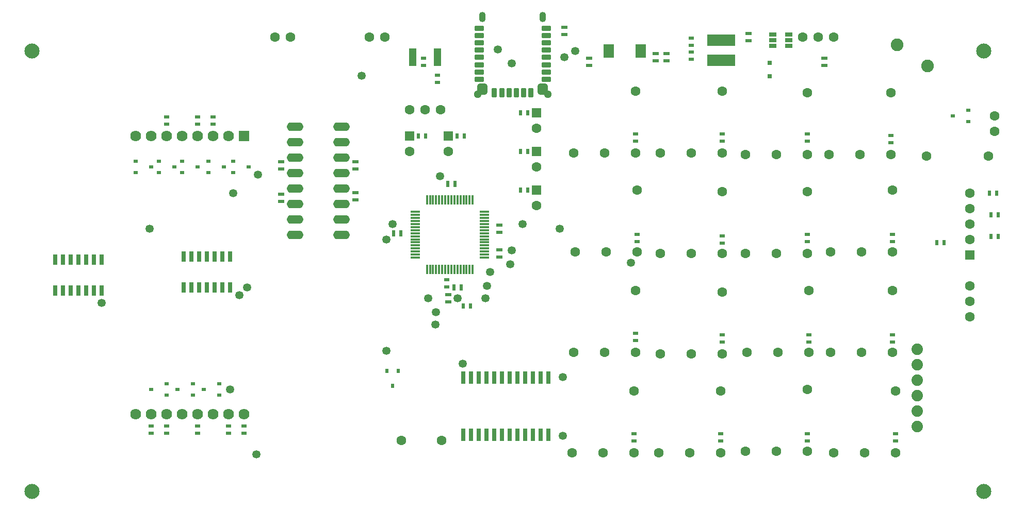
<source format=gts>
%FSLAX44Y44*%
%MOMM*%
G71*
G01*
G75*
G04 Layer_Color=8388736*
%ADD10R,1.1000X0.6000*%
%ADD11R,1.5000X0.2500*%
%ADD12R,0.2500X1.5000*%
%ADD13R,0.6000X2.0000*%
%ADD14R,0.5588X1.6002*%
%ADD15R,0.8000X0.4000*%
%ADD16R,0.9000X0.5000*%
%ADD17C,1.2000*%
G04:AMPARAMS|DCode=18|XSize=1.5mm|YSize=0.8mm|CornerRadius=0.2mm|HoleSize=0mm|Usage=FLASHONLY|Rotation=0.000|XOffset=0mm|YOffset=0mm|HoleType=Round|Shape=RoundedRectangle|*
%AMROUNDEDRECTD18*
21,1,1.5000,0.4000,0,0,0.0*
21,1,1.1000,0.8000,0,0,0.0*
1,1,0.4000,0.5500,-0.2000*
1,1,0.4000,-0.5500,-0.2000*
1,1,0.4000,-0.5500,0.2000*
1,1,0.4000,0.5500,0.2000*
%
%ADD18ROUNDEDRECTD18*%
G04:AMPARAMS|DCode=19|XSize=1.5mm|YSize=0.8mm|CornerRadius=0.2mm|HoleSize=0mm|Usage=FLASHONLY|Rotation=90.000|XOffset=0mm|YOffset=0mm|HoleType=Round|Shape=RoundedRectangle|*
%AMROUNDEDRECTD19*
21,1,1.5000,0.4000,0,0,90.0*
21,1,1.1000,0.8000,0,0,90.0*
1,1,0.4000,0.2000,0.5500*
1,1,0.4000,0.2000,-0.5500*
1,1,0.4000,-0.2000,-0.5500*
1,1,0.4000,-0.2000,0.5500*
%
%ADD19ROUNDEDRECTD19*%
%ADD20O,1.0000X1.6000*%
G04:AMPARAMS|DCode=21|XSize=1.6mm|YSize=1.8mm|CornerRadius=0.4mm|HoleSize=0mm|Usage=FLASHONLY|Rotation=0.000|XOffset=0mm|YOffset=0mm|HoleType=Round|Shape=RoundedRectangle|*
%AMROUNDEDRECTD21*
21,1,1.6000,1.0000,0,0,0.0*
21,1,0.8000,1.8000,0,0,0.0*
1,1,0.8000,0.4000,-0.5000*
1,1,0.8000,-0.4000,-0.5000*
1,1,0.8000,-0.4000,0.5000*
1,1,0.8000,0.4000,0.5000*
%
%ADD21ROUNDEDRECTD21*%
%ADD22R,0.5000X0.9000*%
%ADD23R,1.7000X2.2000*%
%ADD24R,0.5000X0.6000*%
%ADD25R,0.4000X0.8000*%
%ADD26R,0.6000X0.5000*%
%ADD27R,0.6000X0.6000*%
%ADD28R,4.5000X1.7500*%
%ADD29C,0.2000*%
%ADD30C,1.0000*%
%ADD31C,0.4000*%
%ADD32C,1.5240*%
%ADD33O,2.6416X1.3208*%
%ADD34R,1.5240X1.5240*%
%ADD35C,2.4000*%
%ADD36R,1.2000X2.8000*%
%ADD37C,1.8000*%
%ADD38C,2.0000*%
%ADD39C,1.7000*%
%ADD40R,1.7000X1.7000*%
%ADD41C,1.2700*%
%ADD42C,0.1000*%
%ADD43C,0.1524*%
%ADD44C,0.1500*%
%ADD45C,0.0500*%
%ADD46C,0.1270*%
%ADD47C,0.2540*%
%ADD48R,1.1800X0.6800*%
%ADD49R,1.5800X0.3300*%
%ADD50R,0.3300X1.5800*%
%ADD51R,0.6800X2.0800*%
%ADD52R,0.6388X1.6802*%
%ADD53R,0.8800X0.4800*%
%ADD54R,0.9800X0.5800*%
%ADD55C,1.2800*%
G04:AMPARAMS|DCode=56|XSize=1.58mm|YSize=0.88mm|CornerRadius=0.24mm|HoleSize=0mm|Usage=FLASHONLY|Rotation=0.000|XOffset=0mm|YOffset=0mm|HoleType=Round|Shape=RoundedRectangle|*
%AMROUNDEDRECTD56*
21,1,1.5800,0.4000,0,0,0.0*
21,1,1.1000,0.8800,0,0,0.0*
1,1,0.4800,0.5500,-0.2000*
1,1,0.4800,-0.5500,-0.2000*
1,1,0.4800,-0.5500,0.2000*
1,1,0.4800,0.5500,0.2000*
%
%ADD56ROUNDEDRECTD56*%
G04:AMPARAMS|DCode=57|XSize=1.58mm|YSize=0.88mm|CornerRadius=0.24mm|HoleSize=0mm|Usage=FLASHONLY|Rotation=90.000|XOffset=0mm|YOffset=0mm|HoleType=Round|Shape=RoundedRectangle|*
%AMROUNDEDRECTD57*
21,1,1.5800,0.4000,0,0,90.0*
21,1,1.1000,0.8800,0,0,90.0*
1,1,0.4800,0.2000,0.5500*
1,1,0.4800,0.2000,-0.5500*
1,1,0.4800,-0.2000,-0.5500*
1,1,0.4800,-0.2000,0.5500*
%
%ADD57ROUNDEDRECTD57*%
%ADD58O,1.0800X1.6800*%
G04:AMPARAMS|DCode=59|XSize=1.68mm|YSize=1.88mm|CornerRadius=0.44mm|HoleSize=0mm|Usage=FLASHONLY|Rotation=0.000|XOffset=0mm|YOffset=0mm|HoleType=Round|Shape=RoundedRectangle|*
%AMROUNDEDRECTD59*
21,1,1.6800,1.0000,0,0,0.0*
21,1,0.8000,1.8800,0,0,0.0*
1,1,0.8800,0.4000,-0.5000*
1,1,0.8800,-0.4000,-0.5000*
1,1,0.8800,-0.4000,0.5000*
1,1,0.8800,0.4000,0.5000*
%
%ADD59ROUNDEDRECTD59*%
%ADD60R,0.5800X0.9800*%
%ADD61R,1.7800X2.2800*%
%ADD62R,0.5800X0.6800*%
%ADD63R,0.4800X0.8800*%
%ADD64R,0.6800X0.5800*%
%ADD65R,0.6800X0.6800*%
%ADD66R,4.5800X1.8300*%
%ADD67C,1.6040*%
%ADD68O,2.7216X1.4008*%
%ADD69R,1.6040X1.6040*%
%ADD70C,2.4800*%
%ADD71R,1.2800X2.8800*%
%ADD72C,1.8800*%
%ADD73C,2.0800*%
%ADD74C,1.7800*%
%ADD75R,1.7800X1.7800*%
%ADD76C,1.3500*%
D48*
X1290800Y799400D02*
D03*
X1263800Y780400D02*
D03*
X1290800D02*
D03*
Y789900D02*
D03*
X1263800D02*
D03*
Y799400D02*
D03*
D49*
X677100Y432400D02*
D03*
Y437400D02*
D03*
Y442400D02*
D03*
Y447400D02*
D03*
Y452400D02*
D03*
Y457400D02*
D03*
Y462400D02*
D03*
Y467400D02*
D03*
Y472400D02*
D03*
Y477400D02*
D03*
Y482400D02*
D03*
Y487400D02*
D03*
Y492400D02*
D03*
Y497400D02*
D03*
Y502400D02*
D03*
Y507400D02*
D03*
X791100D02*
D03*
Y502400D02*
D03*
Y497400D02*
D03*
Y492400D02*
D03*
Y487400D02*
D03*
Y482400D02*
D03*
Y477400D02*
D03*
Y472400D02*
D03*
Y467400D02*
D03*
Y462400D02*
D03*
Y457400D02*
D03*
Y452400D02*
D03*
Y447400D02*
D03*
Y442400D02*
D03*
Y437400D02*
D03*
Y432400D02*
D03*
D50*
X696600Y526900D02*
D03*
X701600D02*
D03*
X706600D02*
D03*
X711600D02*
D03*
X716600D02*
D03*
X721600D02*
D03*
X726600D02*
D03*
X731600D02*
D03*
X736600D02*
D03*
X741600D02*
D03*
X746600D02*
D03*
X751600D02*
D03*
X756600D02*
D03*
X761600D02*
D03*
X766600D02*
D03*
X771600D02*
D03*
Y412900D02*
D03*
X766600D02*
D03*
X761600D02*
D03*
X756600D02*
D03*
X751600D02*
D03*
X746600D02*
D03*
X741600D02*
D03*
X736600D02*
D03*
X731600D02*
D03*
X726600D02*
D03*
X721600D02*
D03*
X716600D02*
D03*
X711600D02*
D03*
X706600D02*
D03*
X701600D02*
D03*
X696600D02*
D03*
D51*
X756250Y141300D02*
D03*
X768950D02*
D03*
X781650D02*
D03*
X794350D02*
D03*
X807050D02*
D03*
X819750D02*
D03*
X832450D02*
D03*
X845150D02*
D03*
X857850D02*
D03*
X870550D02*
D03*
X883250D02*
D03*
X895950D02*
D03*
X756250Y235300D02*
D03*
X768950D02*
D03*
X781650D02*
D03*
X794350D02*
D03*
X807050D02*
D03*
X819750D02*
D03*
X832450D02*
D03*
X845150D02*
D03*
X857850D02*
D03*
X870550D02*
D03*
X883250D02*
D03*
X895950D02*
D03*
D52*
X162700Y378100D02*
D03*
X150000D02*
D03*
X137300D02*
D03*
X124600D02*
D03*
X111900D02*
D03*
X99200D02*
D03*
X86500D02*
D03*
Y428900D02*
D03*
X99200D02*
D03*
X111900D02*
D03*
X124600D02*
D03*
X137300D02*
D03*
X150000D02*
D03*
X162700D02*
D03*
X297200Y434300D02*
D03*
X309900D02*
D03*
X322600D02*
D03*
X335300D02*
D03*
X348000D02*
D03*
X360700D02*
D03*
X373400D02*
D03*
Y383500D02*
D03*
X360700D02*
D03*
X348000D02*
D03*
X335300D02*
D03*
X322600D02*
D03*
X309900D02*
D03*
X297200D02*
D03*
D53*
X713740Y720440D02*
D03*
Y732440D02*
D03*
X1465580Y131160D02*
D03*
Y143160D02*
D03*
X1038860Y623920D02*
D03*
Y635920D02*
D03*
X1041400Y458820D02*
D03*
Y470820D02*
D03*
X1038860Y296260D02*
D03*
Y308260D02*
D03*
X1036320Y131160D02*
D03*
Y143160D02*
D03*
X1181100Y623920D02*
D03*
Y635920D02*
D03*
Y456280D02*
D03*
Y468280D02*
D03*
Y293720D02*
D03*
Y305720D02*
D03*
X1178560Y131160D02*
D03*
Y143160D02*
D03*
X1320800Y623920D02*
D03*
Y635920D02*
D03*
Y458820D02*
D03*
Y470820D02*
D03*
X1323340Y293720D02*
D03*
Y305720D02*
D03*
X1320800Y131160D02*
D03*
Y143160D02*
D03*
X1457960Y621380D02*
D03*
Y633380D02*
D03*
X1460500Y458820D02*
D03*
Y470820D02*
D03*
Y293720D02*
D03*
Y305720D02*
D03*
X1130300Y780940D02*
D03*
Y792940D02*
D03*
Y758540D02*
D03*
Y770540D02*
D03*
X728980Y396240D02*
D03*
Y384240D02*
D03*
X690880Y748380D02*
D03*
Y760380D02*
D03*
X396240Y155860D02*
D03*
Y143860D02*
D03*
X370840Y155860D02*
D03*
Y143860D02*
D03*
X269240Y651860D02*
D03*
Y663860D02*
D03*
X320040Y651860D02*
D03*
Y663860D02*
D03*
X243840Y155860D02*
D03*
Y143860D02*
D03*
X269240Y155860D02*
D03*
Y143860D02*
D03*
X345440Y651860D02*
D03*
Y663860D02*
D03*
X320040Y155860D02*
D03*
Y143860D02*
D03*
D54*
X457200Y590200D02*
D03*
Y578200D02*
D03*
Y536860D02*
D03*
Y524860D02*
D03*
X1071880Y768000D02*
D03*
Y756000D02*
D03*
X962660Y760380D02*
D03*
Y748380D02*
D03*
X1348740D02*
D03*
Y760380D02*
D03*
X1224280Y801020D02*
D03*
Y789020D02*
D03*
X1089660Y756000D02*
D03*
Y768000D02*
D03*
X815340Y474060D02*
D03*
Y486060D02*
D03*
Y433420D02*
D03*
Y445420D02*
D03*
X731520Y371760D02*
D03*
Y359760D02*
D03*
X579120Y578200D02*
D03*
Y590200D02*
D03*
Y527400D02*
D03*
Y539400D02*
D03*
X922020Y811180D02*
D03*
Y799180D02*
D03*
D55*
X894820Y700430D02*
D03*
X779820D02*
D03*
D56*
X782320Y725430D02*
D03*
Y737430D02*
D03*
Y749430D02*
D03*
Y761430D02*
D03*
Y773430D02*
D03*
Y785430D02*
D03*
Y797430D02*
D03*
Y809430D02*
D03*
X892320D02*
D03*
Y797430D02*
D03*
Y785430D02*
D03*
Y773430D02*
D03*
Y761430D02*
D03*
Y749430D02*
D03*
Y737430D02*
D03*
Y725430D02*
D03*
D57*
X807320Y702930D02*
D03*
X819320D02*
D03*
X831320D02*
D03*
X843320D02*
D03*
X855320D02*
D03*
X867320D02*
D03*
D58*
X787820Y827430D02*
D03*
X886820D02*
D03*
D59*
X787820Y709430D02*
D03*
X886820D02*
D03*
D60*
X752760Y383540D02*
D03*
X740760D02*
D03*
X730600Y553720D02*
D03*
X742600D02*
D03*
X653700Y472440D02*
D03*
X641700D02*
D03*
D61*
X994580Y772160D02*
D03*
X1047580D02*
D03*
D62*
X640080Y221280D02*
D03*
X630580Y246080D02*
D03*
X649580D02*
D03*
D63*
X694340Y632460D02*
D03*
X682340D02*
D03*
X757840D02*
D03*
X745840D02*
D03*
X1545240Y457200D02*
D03*
X1533240D02*
D03*
X1634140Y467360D02*
D03*
X1622140D02*
D03*
X1634140Y502920D02*
D03*
X1622140D02*
D03*
X1631600Y538480D02*
D03*
X1619600D02*
D03*
X756000Y353060D02*
D03*
X768000D02*
D03*
X861980Y607060D02*
D03*
X849980D02*
D03*
X861980Y670560D02*
D03*
X849980D02*
D03*
X861980Y543560D02*
D03*
X849980D02*
D03*
D64*
X1559860Y665480D02*
D03*
X1584660Y674980D02*
D03*
Y655980D02*
D03*
X243540Y581660D02*
D03*
X218740Y572160D02*
D03*
Y591160D02*
D03*
X330500Y215900D02*
D03*
X355300Y225400D02*
D03*
Y206400D02*
D03*
X403560Y581660D02*
D03*
X378760Y572160D02*
D03*
Y591160D02*
D03*
X281640Y581660D02*
D03*
X256840Y572160D02*
D03*
Y591160D02*
D03*
X362920Y581660D02*
D03*
X338120Y572160D02*
D03*
Y591160D02*
D03*
X319740Y581660D02*
D03*
X294940Y572160D02*
D03*
Y591160D02*
D03*
X287320Y215900D02*
D03*
X312120Y225400D02*
D03*
Y206400D02*
D03*
X244140Y215900D02*
D03*
X268940Y225400D02*
D03*
Y206400D02*
D03*
D65*
X1259200Y752200D02*
D03*
Y730200D02*
D03*
D66*
X1179100Y756800D02*
D03*
Y789300D02*
D03*
D67*
X1618000Y599440D02*
D03*
X1516400D02*
D03*
X720900Y132000D02*
D03*
X654900D02*
D03*
X668020Y607060D02*
D03*
X731520D02*
D03*
X693420Y675640D02*
D03*
X668020D02*
D03*
X718820D02*
D03*
X627380Y795020D02*
D03*
X601980D02*
D03*
X1338580D02*
D03*
X1313180D02*
D03*
X1363980D02*
D03*
X1587500Y538480D02*
D03*
Y513080D02*
D03*
Y487680D02*
D03*
Y462280D02*
D03*
X1457960Y703580D02*
D03*
X1356360Y601980D02*
D03*
X1457960D02*
D03*
X1407160D02*
D03*
X1181100Y706120D02*
D03*
X1079500Y604520D02*
D03*
X1181100D02*
D03*
X1130300D02*
D03*
X1038860Y706120D02*
D03*
X937260Y604520D02*
D03*
X1038860D02*
D03*
X988060D02*
D03*
X1041400Y543560D02*
D03*
X939800Y441960D02*
D03*
X1041400D02*
D03*
X990600D02*
D03*
X1181100Y541020D02*
D03*
X1079500Y439420D02*
D03*
X1181100D02*
D03*
X1130300D02*
D03*
X1320800Y541020D02*
D03*
X1219200Y439420D02*
D03*
X1320800D02*
D03*
X1270000D02*
D03*
X1460500Y543560D02*
D03*
X1358900Y441960D02*
D03*
X1460500D02*
D03*
X1409700D02*
D03*
X1460500Y378460D02*
D03*
X1358900Y276860D02*
D03*
X1460500D02*
D03*
X1409700D02*
D03*
X1323340Y378460D02*
D03*
X1221740Y276860D02*
D03*
X1323340D02*
D03*
X1272540D02*
D03*
X1181100Y375920D02*
D03*
X1079500Y274320D02*
D03*
X1181100D02*
D03*
X1130300D02*
D03*
X1036320Y213360D02*
D03*
X934720Y111760D02*
D03*
X1036320D02*
D03*
X985520D02*
D03*
X1038860Y378460D02*
D03*
X937260Y276860D02*
D03*
X1038860D02*
D03*
X988060D02*
D03*
X1178560Y213360D02*
D03*
X1076960Y111760D02*
D03*
X1178560D02*
D03*
X1127760D02*
D03*
X1320800Y215900D02*
D03*
X1219200Y114300D02*
D03*
X1320800D02*
D03*
X1270000D02*
D03*
X1465580Y213360D02*
D03*
X1363980Y111760D02*
D03*
X1465580D02*
D03*
X1414780D02*
D03*
X1628140Y665480D02*
D03*
Y640080D02*
D03*
X1587500Y386080D02*
D03*
Y360680D02*
D03*
Y335280D02*
D03*
X472440Y795020D02*
D03*
X447040D02*
D03*
X1320800Y703580D02*
D03*
X1219200Y601980D02*
D03*
X1320800D02*
D03*
X1270000D02*
D03*
X876300Y645160D02*
D03*
Y581660D02*
D03*
Y518160D02*
D03*
D68*
X556300Y470000D02*
D03*
Y495400D02*
D03*
Y622400D02*
D03*
Y647800D02*
D03*
Y520800D02*
D03*
Y546200D02*
D03*
Y597000D02*
D03*
Y571600D02*
D03*
X480100Y647800D02*
D03*
Y622400D02*
D03*
Y597000D02*
D03*
Y571600D02*
D03*
Y546200D02*
D03*
Y520800D02*
D03*
Y495400D02*
D03*
Y470000D02*
D03*
D69*
X668020Y632460D02*
D03*
X731520D02*
D03*
X1587500Y436880D02*
D03*
X876300Y670560D02*
D03*
Y607060D02*
D03*
Y543560D02*
D03*
D70*
X48260Y48260D02*
D03*
Y772160D02*
D03*
X1610360D02*
D03*
Y48260D02*
D03*
D71*
X713420Y762000D02*
D03*
X673420D02*
D03*
D72*
X1501140Y154940D02*
D03*
Y180340D02*
D03*
Y205740D02*
D03*
Y281940D02*
D03*
Y231140D02*
D03*
Y256540D02*
D03*
D73*
X1468120Y782320D02*
D03*
X1518120Y747320D02*
D03*
D74*
X218440Y175260D02*
D03*
X243840D02*
D03*
X269240D02*
D03*
X294640D02*
D03*
X320040D02*
D03*
X345440D02*
D03*
X370840D02*
D03*
X396240D02*
D03*
X218440Y632460D02*
D03*
X243840D02*
D03*
X269240D02*
D03*
X294640D02*
D03*
X320040D02*
D03*
X345440D02*
D03*
X370840D02*
D03*
D75*
X396240D02*
D03*
D76*
X640080Y487680D02*
D03*
X833120Y421640D02*
D03*
X792480Y365760D02*
D03*
X795020Y386080D02*
D03*
X717900Y566420D02*
D03*
X835660Y444500D02*
D03*
X939800Y772160D02*
D03*
X755650Y257810D02*
D03*
X919480Y236220D02*
D03*
X711200Y342900D02*
D03*
X710770Y322580D02*
D03*
X919480Y139700D02*
D03*
X1031240Y424180D02*
D03*
X914400Y480060D02*
D03*
X853440Y487680D02*
D03*
X835660Y751840D02*
D03*
X800100Y408940D02*
D03*
X922020Y762000D02*
D03*
X812800Y774700D02*
D03*
X629920Y279400D02*
D03*
X698500Y365760D02*
D03*
X746760D02*
D03*
X629920Y462280D02*
D03*
X589280Y731520D02*
D03*
X419100Y568960D02*
D03*
X373380Y215900D02*
D03*
X401320Y383540D02*
D03*
X162560Y358140D02*
D03*
X378460Y538480D02*
D03*
X388620Y370840D02*
D03*
X241300Y480060D02*
D03*
X416560Y109220D02*
D03*
M02*

</source>
